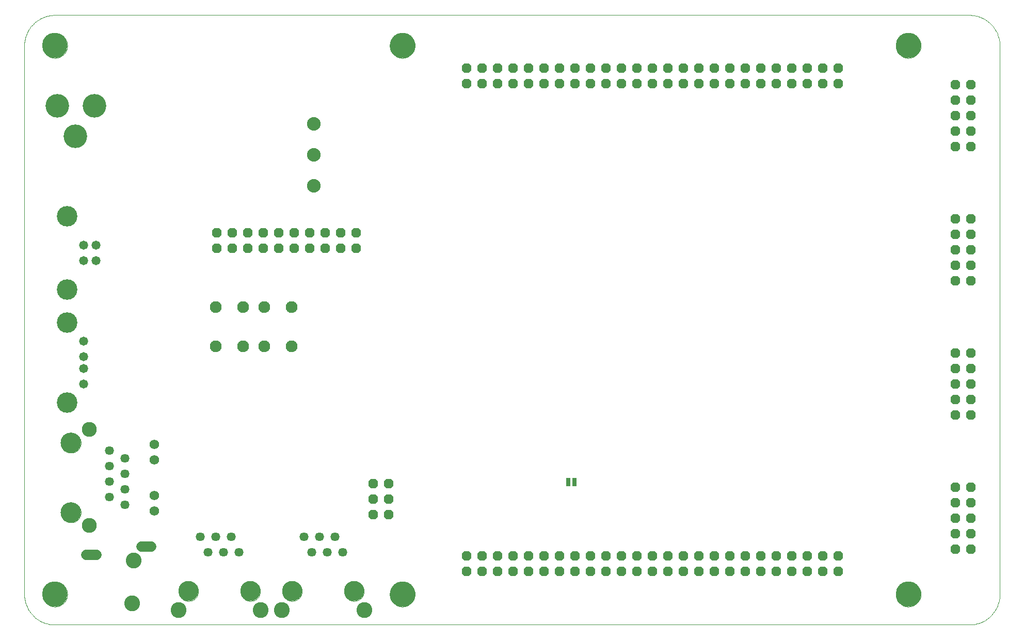
<source format=gbs>
G75*
%MOIN*%
%OFA0B0*%
%FSLAX24Y24*%
%IPPOS*%
%LPD*%
%AMOC8*
5,1,8,0,0,1.08239X$1,22.5*
%
%ADD10C,0.0000*%
%ADD11C,0.0574*%
%ADD12C,0.0965*%
%ADD13C,0.0614*%
%ADD14C,0.1319*%
%ADD15C,0.0760*%
%ADD16OC8,0.0614*%
%ADD17R,0.0270X0.0520*%
%ADD18C,0.1326*%
%ADD19C,0.0582*%
%ADD20C,0.1024*%
%ADD21C,0.1300*%
%ADD22C,0.1020*%
%ADD23C,0.0670*%
%ADD24OC8,0.0620*%
%ADD25C,0.0880*%
%ADD26C,0.1520*%
%ADD27C,0.1634*%
D10*
X020795Y017886D02*
X079850Y017886D01*
X079850Y017885D02*
X079936Y017887D01*
X080022Y017892D01*
X080107Y017902D01*
X080192Y017915D01*
X080276Y017932D01*
X080360Y017952D01*
X080442Y017976D01*
X080523Y018004D01*
X080604Y018035D01*
X080682Y018069D01*
X080759Y018107D01*
X080835Y018149D01*
X080908Y018193D01*
X080979Y018241D01*
X081049Y018292D01*
X081116Y018346D01*
X081180Y018402D01*
X081242Y018462D01*
X081302Y018524D01*
X081358Y018588D01*
X081412Y018655D01*
X081463Y018725D01*
X081511Y018796D01*
X081555Y018869D01*
X081597Y018945D01*
X081635Y019022D01*
X081669Y019100D01*
X081700Y019181D01*
X081728Y019262D01*
X081752Y019344D01*
X081772Y019428D01*
X081789Y019512D01*
X081802Y019597D01*
X081812Y019682D01*
X081817Y019768D01*
X081819Y019854D01*
X081819Y055287D01*
X081817Y055373D01*
X081812Y055459D01*
X081802Y055544D01*
X081789Y055629D01*
X081772Y055713D01*
X081752Y055797D01*
X081728Y055879D01*
X081700Y055960D01*
X081669Y056041D01*
X081635Y056119D01*
X081597Y056196D01*
X081555Y056272D01*
X081511Y056345D01*
X081463Y056416D01*
X081412Y056486D01*
X081358Y056553D01*
X081302Y056617D01*
X081242Y056679D01*
X081180Y056739D01*
X081116Y056795D01*
X081049Y056849D01*
X080979Y056900D01*
X080908Y056948D01*
X080835Y056992D01*
X080759Y057034D01*
X080682Y057072D01*
X080604Y057106D01*
X080523Y057137D01*
X080442Y057165D01*
X080360Y057189D01*
X080276Y057209D01*
X080192Y057226D01*
X080107Y057239D01*
X080022Y057249D01*
X079936Y057254D01*
X079850Y057256D01*
X020795Y057256D01*
X019988Y055287D02*
X019990Y055343D01*
X019996Y055399D01*
X020006Y055455D01*
X020019Y055509D01*
X020037Y055563D01*
X020058Y055615D01*
X020082Y055666D01*
X020111Y055715D01*
X020142Y055761D01*
X020177Y055806D01*
X020214Y055848D01*
X020255Y055887D01*
X020298Y055923D01*
X020344Y055956D01*
X020391Y055986D01*
X020441Y056012D01*
X020493Y056035D01*
X020546Y056055D01*
X020600Y056070D01*
X020655Y056082D01*
X020711Y056090D01*
X020767Y056094D01*
X020823Y056094D01*
X020879Y056090D01*
X020935Y056082D01*
X020990Y056070D01*
X021044Y056055D01*
X021097Y056035D01*
X021149Y056012D01*
X021198Y055986D01*
X021246Y055956D01*
X021292Y055923D01*
X021335Y055887D01*
X021376Y055848D01*
X021413Y055806D01*
X021448Y055761D01*
X021479Y055715D01*
X021508Y055666D01*
X021532Y055615D01*
X021553Y055563D01*
X021571Y055509D01*
X021584Y055455D01*
X021594Y055399D01*
X021600Y055343D01*
X021602Y055287D01*
X021600Y055231D01*
X021594Y055175D01*
X021584Y055119D01*
X021571Y055065D01*
X021553Y055011D01*
X021532Y054959D01*
X021508Y054908D01*
X021479Y054859D01*
X021448Y054813D01*
X021413Y054768D01*
X021376Y054726D01*
X021335Y054687D01*
X021292Y054651D01*
X021246Y054618D01*
X021199Y054588D01*
X021149Y054562D01*
X021097Y054539D01*
X021044Y054519D01*
X020990Y054504D01*
X020935Y054492D01*
X020879Y054484D01*
X020823Y054480D01*
X020767Y054480D01*
X020711Y054484D01*
X020655Y054492D01*
X020600Y054504D01*
X020546Y054519D01*
X020493Y054539D01*
X020441Y054562D01*
X020391Y054588D01*
X020344Y054618D01*
X020298Y054651D01*
X020255Y054687D01*
X020214Y054726D01*
X020177Y054768D01*
X020142Y054813D01*
X020111Y054859D01*
X020082Y054908D01*
X020058Y054959D01*
X020037Y055011D01*
X020019Y055065D01*
X020006Y055119D01*
X019996Y055175D01*
X019990Y055231D01*
X019988Y055287D01*
X018826Y055287D02*
X018828Y055373D01*
X018833Y055459D01*
X018843Y055544D01*
X018856Y055629D01*
X018873Y055713D01*
X018893Y055797D01*
X018917Y055879D01*
X018945Y055960D01*
X018976Y056041D01*
X019010Y056119D01*
X019048Y056196D01*
X019090Y056272D01*
X019134Y056345D01*
X019182Y056416D01*
X019233Y056486D01*
X019287Y056553D01*
X019343Y056617D01*
X019403Y056679D01*
X019465Y056739D01*
X019529Y056795D01*
X019596Y056849D01*
X019666Y056900D01*
X019737Y056948D01*
X019811Y056992D01*
X019886Y057034D01*
X019963Y057072D01*
X020041Y057106D01*
X020122Y057137D01*
X020203Y057165D01*
X020285Y057189D01*
X020369Y057209D01*
X020453Y057226D01*
X020538Y057239D01*
X020623Y057249D01*
X020709Y057254D01*
X020795Y057256D01*
X018827Y055287D02*
X018827Y019854D01*
X019988Y019854D02*
X019990Y019910D01*
X019996Y019966D01*
X020006Y020022D01*
X020019Y020076D01*
X020037Y020130D01*
X020058Y020182D01*
X020082Y020233D01*
X020111Y020282D01*
X020142Y020328D01*
X020177Y020373D01*
X020214Y020415D01*
X020255Y020454D01*
X020298Y020490D01*
X020344Y020523D01*
X020391Y020553D01*
X020441Y020579D01*
X020493Y020602D01*
X020546Y020622D01*
X020600Y020637D01*
X020655Y020649D01*
X020711Y020657D01*
X020767Y020661D01*
X020823Y020661D01*
X020879Y020657D01*
X020935Y020649D01*
X020990Y020637D01*
X021044Y020622D01*
X021097Y020602D01*
X021149Y020579D01*
X021198Y020553D01*
X021246Y020523D01*
X021292Y020490D01*
X021335Y020454D01*
X021376Y020415D01*
X021413Y020373D01*
X021448Y020328D01*
X021479Y020282D01*
X021508Y020233D01*
X021532Y020182D01*
X021553Y020130D01*
X021571Y020076D01*
X021584Y020022D01*
X021594Y019966D01*
X021600Y019910D01*
X021602Y019854D01*
X021600Y019798D01*
X021594Y019742D01*
X021584Y019686D01*
X021571Y019632D01*
X021553Y019578D01*
X021532Y019526D01*
X021508Y019475D01*
X021479Y019426D01*
X021448Y019380D01*
X021413Y019335D01*
X021376Y019293D01*
X021335Y019254D01*
X021292Y019218D01*
X021246Y019185D01*
X021199Y019155D01*
X021149Y019129D01*
X021097Y019106D01*
X021044Y019086D01*
X020990Y019071D01*
X020935Y019059D01*
X020879Y019051D01*
X020823Y019047D01*
X020767Y019047D01*
X020711Y019051D01*
X020655Y019059D01*
X020600Y019071D01*
X020546Y019086D01*
X020493Y019106D01*
X020441Y019129D01*
X020391Y019155D01*
X020344Y019185D01*
X020298Y019218D01*
X020255Y019254D01*
X020214Y019293D01*
X020177Y019335D01*
X020142Y019380D01*
X020111Y019426D01*
X020082Y019475D01*
X020058Y019526D01*
X020037Y019578D01*
X020019Y019632D01*
X020006Y019686D01*
X019996Y019742D01*
X019990Y019798D01*
X019988Y019854D01*
X018826Y019854D02*
X018828Y019768D01*
X018833Y019682D01*
X018843Y019597D01*
X018856Y019512D01*
X018873Y019428D01*
X018893Y019344D01*
X018917Y019262D01*
X018945Y019181D01*
X018976Y019100D01*
X019010Y019022D01*
X019048Y018945D01*
X019090Y018870D01*
X019134Y018796D01*
X019182Y018725D01*
X019233Y018655D01*
X019287Y018588D01*
X019343Y018524D01*
X019403Y018462D01*
X019465Y018402D01*
X019529Y018346D01*
X019596Y018292D01*
X019666Y018241D01*
X019737Y018193D01*
X019810Y018149D01*
X019886Y018107D01*
X019963Y018069D01*
X020041Y018035D01*
X020122Y018004D01*
X020203Y017976D01*
X020285Y017952D01*
X020369Y017932D01*
X020453Y017915D01*
X020538Y017902D01*
X020623Y017892D01*
X020709Y017887D01*
X020795Y017885D01*
X028785Y020051D02*
X028787Y020101D01*
X028793Y020151D01*
X028803Y020200D01*
X028816Y020249D01*
X028834Y020296D01*
X028855Y020342D01*
X028879Y020385D01*
X028907Y020427D01*
X028938Y020467D01*
X028972Y020504D01*
X029009Y020538D01*
X029049Y020569D01*
X029091Y020597D01*
X029134Y020621D01*
X029180Y020642D01*
X029227Y020660D01*
X029276Y020673D01*
X029325Y020683D01*
X029375Y020689D01*
X029425Y020691D01*
X029475Y020689D01*
X029525Y020683D01*
X029574Y020673D01*
X029623Y020660D01*
X029670Y020642D01*
X029716Y020621D01*
X029759Y020597D01*
X029801Y020569D01*
X029841Y020538D01*
X029878Y020504D01*
X029912Y020467D01*
X029943Y020427D01*
X029971Y020385D01*
X029995Y020342D01*
X030016Y020296D01*
X030034Y020249D01*
X030047Y020200D01*
X030057Y020151D01*
X030063Y020101D01*
X030065Y020051D01*
X030063Y020001D01*
X030057Y019951D01*
X030047Y019902D01*
X030034Y019853D01*
X030016Y019806D01*
X029995Y019760D01*
X029971Y019717D01*
X029943Y019675D01*
X029912Y019635D01*
X029878Y019598D01*
X029841Y019564D01*
X029801Y019533D01*
X029759Y019505D01*
X029716Y019481D01*
X029670Y019460D01*
X029623Y019442D01*
X029574Y019429D01*
X029525Y019419D01*
X029475Y019413D01*
X029425Y019411D01*
X029375Y019413D01*
X029325Y019419D01*
X029276Y019429D01*
X029227Y019442D01*
X029180Y019460D01*
X029134Y019481D01*
X029091Y019505D01*
X029049Y019533D01*
X029009Y019564D01*
X028972Y019598D01*
X028938Y019635D01*
X028907Y019675D01*
X028879Y019717D01*
X028855Y019760D01*
X028834Y019806D01*
X028816Y019853D01*
X028803Y019902D01*
X028793Y019951D01*
X028787Y020001D01*
X028785Y020051D01*
X032785Y020051D02*
X032787Y020101D01*
X032793Y020151D01*
X032803Y020200D01*
X032816Y020249D01*
X032834Y020296D01*
X032855Y020342D01*
X032879Y020385D01*
X032907Y020427D01*
X032938Y020467D01*
X032972Y020504D01*
X033009Y020538D01*
X033049Y020569D01*
X033091Y020597D01*
X033134Y020621D01*
X033180Y020642D01*
X033227Y020660D01*
X033276Y020673D01*
X033325Y020683D01*
X033375Y020689D01*
X033425Y020691D01*
X033475Y020689D01*
X033525Y020683D01*
X033574Y020673D01*
X033623Y020660D01*
X033670Y020642D01*
X033716Y020621D01*
X033759Y020597D01*
X033801Y020569D01*
X033841Y020538D01*
X033878Y020504D01*
X033912Y020467D01*
X033943Y020427D01*
X033971Y020385D01*
X033995Y020342D01*
X034016Y020296D01*
X034034Y020249D01*
X034047Y020200D01*
X034057Y020151D01*
X034063Y020101D01*
X034065Y020051D01*
X034063Y020001D01*
X034057Y019951D01*
X034047Y019902D01*
X034034Y019853D01*
X034016Y019806D01*
X033995Y019760D01*
X033971Y019717D01*
X033943Y019675D01*
X033912Y019635D01*
X033878Y019598D01*
X033841Y019564D01*
X033801Y019533D01*
X033759Y019505D01*
X033716Y019481D01*
X033670Y019460D01*
X033623Y019442D01*
X033574Y019429D01*
X033525Y019419D01*
X033475Y019413D01*
X033425Y019411D01*
X033375Y019413D01*
X033325Y019419D01*
X033276Y019429D01*
X033227Y019442D01*
X033180Y019460D01*
X033134Y019481D01*
X033091Y019505D01*
X033049Y019533D01*
X033009Y019564D01*
X032972Y019598D01*
X032938Y019635D01*
X032907Y019675D01*
X032879Y019717D01*
X032855Y019760D01*
X032834Y019806D01*
X032816Y019853D01*
X032803Y019902D01*
X032793Y019951D01*
X032787Y020001D01*
X032785Y020051D01*
X035478Y020051D02*
X035480Y020101D01*
X035486Y020151D01*
X035496Y020200D01*
X035509Y020249D01*
X035527Y020296D01*
X035548Y020342D01*
X035572Y020385D01*
X035600Y020427D01*
X035631Y020467D01*
X035665Y020504D01*
X035702Y020538D01*
X035742Y020569D01*
X035784Y020597D01*
X035827Y020621D01*
X035873Y020642D01*
X035920Y020660D01*
X035969Y020673D01*
X036018Y020683D01*
X036068Y020689D01*
X036118Y020691D01*
X036168Y020689D01*
X036218Y020683D01*
X036267Y020673D01*
X036316Y020660D01*
X036363Y020642D01*
X036409Y020621D01*
X036452Y020597D01*
X036494Y020569D01*
X036534Y020538D01*
X036571Y020504D01*
X036605Y020467D01*
X036636Y020427D01*
X036664Y020385D01*
X036688Y020342D01*
X036709Y020296D01*
X036727Y020249D01*
X036740Y020200D01*
X036750Y020151D01*
X036756Y020101D01*
X036758Y020051D01*
X036756Y020001D01*
X036750Y019951D01*
X036740Y019902D01*
X036727Y019853D01*
X036709Y019806D01*
X036688Y019760D01*
X036664Y019717D01*
X036636Y019675D01*
X036605Y019635D01*
X036571Y019598D01*
X036534Y019564D01*
X036494Y019533D01*
X036452Y019505D01*
X036409Y019481D01*
X036363Y019460D01*
X036316Y019442D01*
X036267Y019429D01*
X036218Y019419D01*
X036168Y019413D01*
X036118Y019411D01*
X036068Y019413D01*
X036018Y019419D01*
X035969Y019429D01*
X035920Y019442D01*
X035873Y019460D01*
X035827Y019481D01*
X035784Y019505D01*
X035742Y019533D01*
X035702Y019564D01*
X035665Y019598D01*
X035631Y019635D01*
X035600Y019675D01*
X035572Y019717D01*
X035548Y019760D01*
X035527Y019806D01*
X035509Y019853D01*
X035496Y019902D01*
X035486Y019951D01*
X035480Y020001D01*
X035478Y020051D01*
X039478Y020051D02*
X039480Y020101D01*
X039486Y020151D01*
X039496Y020200D01*
X039509Y020249D01*
X039527Y020296D01*
X039548Y020342D01*
X039572Y020385D01*
X039600Y020427D01*
X039631Y020467D01*
X039665Y020504D01*
X039702Y020538D01*
X039742Y020569D01*
X039784Y020597D01*
X039827Y020621D01*
X039873Y020642D01*
X039920Y020660D01*
X039969Y020673D01*
X040018Y020683D01*
X040068Y020689D01*
X040118Y020691D01*
X040168Y020689D01*
X040218Y020683D01*
X040267Y020673D01*
X040316Y020660D01*
X040363Y020642D01*
X040409Y020621D01*
X040452Y020597D01*
X040494Y020569D01*
X040534Y020538D01*
X040571Y020504D01*
X040605Y020467D01*
X040636Y020427D01*
X040664Y020385D01*
X040688Y020342D01*
X040709Y020296D01*
X040727Y020249D01*
X040740Y020200D01*
X040750Y020151D01*
X040756Y020101D01*
X040758Y020051D01*
X040756Y020001D01*
X040750Y019951D01*
X040740Y019902D01*
X040727Y019853D01*
X040709Y019806D01*
X040688Y019760D01*
X040664Y019717D01*
X040636Y019675D01*
X040605Y019635D01*
X040571Y019598D01*
X040534Y019564D01*
X040494Y019533D01*
X040452Y019505D01*
X040409Y019481D01*
X040363Y019460D01*
X040316Y019442D01*
X040267Y019429D01*
X040218Y019419D01*
X040168Y019413D01*
X040118Y019411D01*
X040068Y019413D01*
X040018Y019419D01*
X039969Y019429D01*
X039920Y019442D01*
X039873Y019460D01*
X039827Y019481D01*
X039784Y019505D01*
X039742Y019533D01*
X039702Y019564D01*
X039665Y019598D01*
X039631Y019635D01*
X039600Y019675D01*
X039572Y019717D01*
X039548Y019760D01*
X039527Y019806D01*
X039509Y019853D01*
X039496Y019902D01*
X039486Y019951D01*
X039480Y020001D01*
X039478Y020051D01*
X042429Y019854D02*
X042431Y019910D01*
X042437Y019966D01*
X042447Y020022D01*
X042460Y020076D01*
X042478Y020130D01*
X042499Y020182D01*
X042523Y020233D01*
X042552Y020282D01*
X042583Y020328D01*
X042618Y020373D01*
X042655Y020415D01*
X042696Y020454D01*
X042739Y020490D01*
X042785Y020523D01*
X042832Y020553D01*
X042882Y020579D01*
X042934Y020602D01*
X042987Y020622D01*
X043041Y020637D01*
X043096Y020649D01*
X043152Y020657D01*
X043208Y020661D01*
X043264Y020661D01*
X043320Y020657D01*
X043376Y020649D01*
X043431Y020637D01*
X043485Y020622D01*
X043538Y020602D01*
X043590Y020579D01*
X043639Y020553D01*
X043687Y020523D01*
X043733Y020490D01*
X043776Y020454D01*
X043817Y020415D01*
X043854Y020373D01*
X043889Y020328D01*
X043920Y020282D01*
X043949Y020233D01*
X043973Y020182D01*
X043994Y020130D01*
X044012Y020076D01*
X044025Y020022D01*
X044035Y019966D01*
X044041Y019910D01*
X044043Y019854D01*
X044041Y019798D01*
X044035Y019742D01*
X044025Y019686D01*
X044012Y019632D01*
X043994Y019578D01*
X043973Y019526D01*
X043949Y019475D01*
X043920Y019426D01*
X043889Y019380D01*
X043854Y019335D01*
X043817Y019293D01*
X043776Y019254D01*
X043733Y019218D01*
X043687Y019185D01*
X043640Y019155D01*
X043590Y019129D01*
X043538Y019106D01*
X043485Y019086D01*
X043431Y019071D01*
X043376Y019059D01*
X043320Y019051D01*
X043264Y019047D01*
X043208Y019047D01*
X043152Y019051D01*
X043096Y019059D01*
X043041Y019071D01*
X042987Y019086D01*
X042934Y019106D01*
X042882Y019129D01*
X042832Y019155D01*
X042785Y019185D01*
X042739Y019218D01*
X042696Y019254D01*
X042655Y019293D01*
X042618Y019335D01*
X042583Y019380D01*
X042552Y019426D01*
X042523Y019475D01*
X042499Y019526D01*
X042478Y019578D01*
X042460Y019632D01*
X042447Y019686D01*
X042437Y019742D01*
X042431Y019798D01*
X042429Y019854D01*
X021177Y025136D02*
X021179Y025186D01*
X021185Y025236D01*
X021195Y025286D01*
X021208Y025334D01*
X021225Y025382D01*
X021246Y025428D01*
X021270Y025472D01*
X021298Y025514D01*
X021329Y025554D01*
X021363Y025591D01*
X021400Y025626D01*
X021439Y025657D01*
X021480Y025686D01*
X021524Y025711D01*
X021570Y025733D01*
X021617Y025751D01*
X021665Y025765D01*
X021714Y025776D01*
X021764Y025783D01*
X021814Y025786D01*
X021865Y025785D01*
X021915Y025780D01*
X021965Y025771D01*
X022013Y025759D01*
X022061Y025742D01*
X022107Y025722D01*
X022152Y025699D01*
X022195Y025672D01*
X022235Y025642D01*
X022273Y025609D01*
X022308Y025573D01*
X022341Y025534D01*
X022370Y025493D01*
X022396Y025450D01*
X022419Y025405D01*
X022438Y025358D01*
X022453Y025310D01*
X022465Y025261D01*
X022473Y025211D01*
X022477Y025161D01*
X022477Y025111D01*
X022473Y025061D01*
X022465Y025011D01*
X022453Y024962D01*
X022438Y024914D01*
X022419Y024867D01*
X022396Y024822D01*
X022370Y024779D01*
X022341Y024738D01*
X022308Y024699D01*
X022273Y024663D01*
X022235Y024630D01*
X022195Y024600D01*
X022152Y024573D01*
X022107Y024550D01*
X022061Y024530D01*
X022013Y024513D01*
X021965Y024501D01*
X021915Y024492D01*
X021865Y024487D01*
X021814Y024486D01*
X021764Y024489D01*
X021714Y024496D01*
X021665Y024507D01*
X021617Y024521D01*
X021570Y024539D01*
X021524Y024561D01*
X021480Y024586D01*
X021439Y024615D01*
X021400Y024646D01*
X021363Y024681D01*
X021329Y024718D01*
X021298Y024758D01*
X021270Y024800D01*
X021246Y024844D01*
X021225Y024890D01*
X021208Y024938D01*
X021195Y024986D01*
X021185Y025036D01*
X021179Y025086D01*
X021177Y025136D01*
X021177Y029636D02*
X021179Y029686D01*
X021185Y029736D01*
X021195Y029786D01*
X021208Y029834D01*
X021225Y029882D01*
X021246Y029928D01*
X021270Y029972D01*
X021298Y030014D01*
X021329Y030054D01*
X021363Y030091D01*
X021400Y030126D01*
X021439Y030157D01*
X021480Y030186D01*
X021524Y030211D01*
X021570Y030233D01*
X021617Y030251D01*
X021665Y030265D01*
X021714Y030276D01*
X021764Y030283D01*
X021814Y030286D01*
X021865Y030285D01*
X021915Y030280D01*
X021965Y030271D01*
X022013Y030259D01*
X022061Y030242D01*
X022107Y030222D01*
X022152Y030199D01*
X022195Y030172D01*
X022235Y030142D01*
X022273Y030109D01*
X022308Y030073D01*
X022341Y030034D01*
X022370Y029993D01*
X022396Y029950D01*
X022419Y029905D01*
X022438Y029858D01*
X022453Y029810D01*
X022465Y029761D01*
X022473Y029711D01*
X022477Y029661D01*
X022477Y029611D01*
X022473Y029561D01*
X022465Y029511D01*
X022453Y029462D01*
X022438Y029414D01*
X022419Y029367D01*
X022396Y029322D01*
X022370Y029279D01*
X022341Y029238D01*
X022308Y029199D01*
X022273Y029163D01*
X022235Y029130D01*
X022195Y029100D01*
X022152Y029073D01*
X022107Y029050D01*
X022061Y029030D01*
X022013Y029013D01*
X021965Y029001D01*
X021915Y028992D01*
X021865Y028987D01*
X021814Y028986D01*
X021764Y028989D01*
X021714Y028996D01*
X021665Y029007D01*
X021617Y029021D01*
X021570Y029039D01*
X021524Y029061D01*
X021480Y029086D01*
X021439Y029115D01*
X021400Y029146D01*
X021363Y029181D01*
X021329Y029218D01*
X021298Y029258D01*
X021270Y029300D01*
X021246Y029344D01*
X021225Y029390D01*
X021208Y029438D01*
X021195Y029486D01*
X021185Y029536D01*
X021179Y029586D01*
X021177Y029636D01*
X042429Y055287D02*
X042431Y055343D01*
X042437Y055399D01*
X042447Y055455D01*
X042460Y055509D01*
X042478Y055563D01*
X042499Y055615D01*
X042523Y055666D01*
X042552Y055715D01*
X042583Y055761D01*
X042618Y055806D01*
X042655Y055848D01*
X042696Y055887D01*
X042739Y055923D01*
X042785Y055956D01*
X042832Y055986D01*
X042882Y056012D01*
X042934Y056035D01*
X042987Y056055D01*
X043041Y056070D01*
X043096Y056082D01*
X043152Y056090D01*
X043208Y056094D01*
X043264Y056094D01*
X043320Y056090D01*
X043376Y056082D01*
X043431Y056070D01*
X043485Y056055D01*
X043538Y056035D01*
X043590Y056012D01*
X043639Y055986D01*
X043687Y055956D01*
X043733Y055923D01*
X043776Y055887D01*
X043817Y055848D01*
X043854Y055806D01*
X043889Y055761D01*
X043920Y055715D01*
X043949Y055666D01*
X043973Y055615D01*
X043994Y055563D01*
X044012Y055509D01*
X044025Y055455D01*
X044035Y055399D01*
X044041Y055343D01*
X044043Y055287D01*
X044041Y055231D01*
X044035Y055175D01*
X044025Y055119D01*
X044012Y055065D01*
X043994Y055011D01*
X043973Y054959D01*
X043949Y054908D01*
X043920Y054859D01*
X043889Y054813D01*
X043854Y054768D01*
X043817Y054726D01*
X043776Y054687D01*
X043733Y054651D01*
X043687Y054618D01*
X043640Y054588D01*
X043590Y054562D01*
X043538Y054539D01*
X043485Y054519D01*
X043431Y054504D01*
X043376Y054492D01*
X043320Y054484D01*
X043264Y054480D01*
X043208Y054480D01*
X043152Y054484D01*
X043096Y054492D01*
X043041Y054504D01*
X042987Y054519D01*
X042934Y054539D01*
X042882Y054562D01*
X042832Y054588D01*
X042785Y054618D01*
X042739Y054651D01*
X042696Y054687D01*
X042655Y054726D01*
X042618Y054768D01*
X042583Y054813D01*
X042552Y054859D01*
X042523Y054908D01*
X042499Y054959D01*
X042478Y055011D01*
X042460Y055065D01*
X042447Y055119D01*
X042437Y055175D01*
X042431Y055231D01*
X042429Y055287D01*
X075106Y055287D02*
X075108Y055343D01*
X075114Y055399D01*
X075124Y055455D01*
X075137Y055509D01*
X075155Y055563D01*
X075176Y055615D01*
X075200Y055666D01*
X075229Y055715D01*
X075260Y055761D01*
X075295Y055806D01*
X075332Y055848D01*
X075373Y055887D01*
X075416Y055923D01*
X075462Y055956D01*
X075509Y055986D01*
X075559Y056012D01*
X075611Y056035D01*
X075664Y056055D01*
X075718Y056070D01*
X075773Y056082D01*
X075829Y056090D01*
X075885Y056094D01*
X075941Y056094D01*
X075997Y056090D01*
X076053Y056082D01*
X076108Y056070D01*
X076162Y056055D01*
X076215Y056035D01*
X076267Y056012D01*
X076316Y055986D01*
X076364Y055956D01*
X076410Y055923D01*
X076453Y055887D01*
X076494Y055848D01*
X076531Y055806D01*
X076566Y055761D01*
X076597Y055715D01*
X076626Y055666D01*
X076650Y055615D01*
X076671Y055563D01*
X076689Y055509D01*
X076702Y055455D01*
X076712Y055399D01*
X076718Y055343D01*
X076720Y055287D01*
X076718Y055231D01*
X076712Y055175D01*
X076702Y055119D01*
X076689Y055065D01*
X076671Y055011D01*
X076650Y054959D01*
X076626Y054908D01*
X076597Y054859D01*
X076566Y054813D01*
X076531Y054768D01*
X076494Y054726D01*
X076453Y054687D01*
X076410Y054651D01*
X076364Y054618D01*
X076317Y054588D01*
X076267Y054562D01*
X076215Y054539D01*
X076162Y054519D01*
X076108Y054504D01*
X076053Y054492D01*
X075997Y054484D01*
X075941Y054480D01*
X075885Y054480D01*
X075829Y054484D01*
X075773Y054492D01*
X075718Y054504D01*
X075664Y054519D01*
X075611Y054539D01*
X075559Y054562D01*
X075509Y054588D01*
X075462Y054618D01*
X075416Y054651D01*
X075373Y054687D01*
X075332Y054726D01*
X075295Y054768D01*
X075260Y054813D01*
X075229Y054859D01*
X075200Y054908D01*
X075176Y054959D01*
X075155Y055011D01*
X075137Y055065D01*
X075124Y055119D01*
X075114Y055175D01*
X075108Y055231D01*
X075106Y055287D01*
X075106Y019854D02*
X075108Y019910D01*
X075114Y019966D01*
X075124Y020022D01*
X075137Y020076D01*
X075155Y020130D01*
X075176Y020182D01*
X075200Y020233D01*
X075229Y020282D01*
X075260Y020328D01*
X075295Y020373D01*
X075332Y020415D01*
X075373Y020454D01*
X075416Y020490D01*
X075462Y020523D01*
X075509Y020553D01*
X075559Y020579D01*
X075611Y020602D01*
X075664Y020622D01*
X075718Y020637D01*
X075773Y020649D01*
X075829Y020657D01*
X075885Y020661D01*
X075941Y020661D01*
X075997Y020657D01*
X076053Y020649D01*
X076108Y020637D01*
X076162Y020622D01*
X076215Y020602D01*
X076267Y020579D01*
X076316Y020553D01*
X076364Y020523D01*
X076410Y020490D01*
X076453Y020454D01*
X076494Y020415D01*
X076531Y020373D01*
X076566Y020328D01*
X076597Y020282D01*
X076626Y020233D01*
X076650Y020182D01*
X076671Y020130D01*
X076689Y020076D01*
X076702Y020022D01*
X076712Y019966D01*
X076718Y019910D01*
X076720Y019854D01*
X076718Y019798D01*
X076712Y019742D01*
X076702Y019686D01*
X076689Y019632D01*
X076671Y019578D01*
X076650Y019526D01*
X076626Y019475D01*
X076597Y019426D01*
X076566Y019380D01*
X076531Y019335D01*
X076494Y019293D01*
X076453Y019254D01*
X076410Y019218D01*
X076364Y019185D01*
X076317Y019155D01*
X076267Y019129D01*
X076215Y019106D01*
X076162Y019086D01*
X076108Y019071D01*
X076053Y019059D01*
X075997Y019051D01*
X075941Y019047D01*
X075885Y019047D01*
X075829Y019051D01*
X075773Y019059D01*
X075718Y019071D01*
X075664Y019086D01*
X075611Y019106D01*
X075559Y019129D01*
X075509Y019155D01*
X075462Y019185D01*
X075416Y019218D01*
X075373Y019254D01*
X075332Y019293D01*
X075295Y019335D01*
X075260Y019380D01*
X075229Y019426D01*
X075200Y019475D01*
X075176Y019526D01*
X075155Y019578D01*
X075137Y019632D01*
X075124Y019686D01*
X075114Y019742D01*
X075108Y019798D01*
X075106Y019854D01*
D11*
X039368Y022551D03*
X038368Y022551D03*
X037368Y022551D03*
X036868Y023551D03*
X037868Y023551D03*
X038868Y023551D03*
X032675Y022551D03*
X031675Y022551D03*
X030675Y022551D03*
X030175Y023551D03*
X031175Y023551D03*
X032175Y023551D03*
X025327Y025636D03*
X025327Y026636D03*
X024327Y027136D03*
X024327Y028136D03*
X025327Y028636D03*
X025327Y027636D03*
X024327Y029136D03*
X024327Y026136D03*
D12*
X023028Y024285D03*
X023028Y030486D03*
D13*
X027228Y029537D03*
X027228Y028537D03*
X027228Y026234D03*
X027228Y025234D03*
D14*
X021827Y025136D03*
X021827Y029636D03*
D15*
X031187Y035856D03*
X032967Y035856D03*
X034312Y035856D03*
X036092Y035856D03*
X036092Y038416D03*
X034312Y038416D03*
X032967Y038416D03*
X031187Y038416D03*
D16*
X031256Y042189D03*
X032256Y042189D03*
X033256Y042189D03*
X034256Y042189D03*
X035256Y042189D03*
X036256Y042189D03*
X037256Y042189D03*
X038256Y042189D03*
X039256Y042189D03*
X040256Y042189D03*
X040256Y043189D03*
X039256Y043189D03*
X038256Y043189D03*
X037256Y043189D03*
X036256Y043189D03*
X035256Y043189D03*
X034256Y043189D03*
X033256Y043189D03*
X032256Y043189D03*
X031256Y043189D03*
X047378Y052819D03*
X047378Y053819D03*
X048378Y053819D03*
X049378Y053819D03*
X050378Y053819D03*
X051378Y053819D03*
X052378Y053819D03*
X053378Y053819D03*
X054378Y053819D03*
X055378Y053819D03*
X056378Y053819D03*
X057378Y053819D03*
X058378Y053819D03*
X059378Y053819D03*
X060378Y053819D03*
X061378Y053819D03*
X062378Y053819D03*
X063378Y053819D03*
X064378Y053819D03*
X065378Y053819D03*
X066378Y053819D03*
X067378Y053819D03*
X068378Y053819D03*
X069378Y053819D03*
X070378Y053819D03*
X071378Y053819D03*
X071378Y052819D03*
X070378Y052819D03*
X069378Y052819D03*
X068378Y052819D03*
X067378Y052819D03*
X066378Y052819D03*
X065378Y052819D03*
X064378Y052819D03*
X063378Y052819D03*
X062378Y052819D03*
X061378Y052819D03*
X060378Y052819D03*
X059378Y052819D03*
X058378Y052819D03*
X057378Y052819D03*
X056378Y052819D03*
X055378Y052819D03*
X054378Y052819D03*
X053378Y052819D03*
X052378Y052819D03*
X051378Y052819D03*
X050378Y052819D03*
X049378Y052819D03*
X048378Y052819D03*
X078957Y052760D03*
X079957Y052760D03*
X079957Y051760D03*
X079957Y050760D03*
X079957Y049760D03*
X078957Y049760D03*
X078957Y050760D03*
X078957Y051760D03*
X078957Y048760D03*
X079957Y048760D03*
X079957Y044098D03*
X079957Y043098D03*
X079957Y042098D03*
X078957Y042098D03*
X078957Y043098D03*
X078957Y044098D03*
X078957Y041098D03*
X078957Y040098D03*
X079957Y040098D03*
X079957Y041098D03*
X079957Y035437D03*
X079957Y034437D03*
X078957Y034437D03*
X078957Y035437D03*
X078957Y033437D03*
X079957Y033437D03*
X079957Y032437D03*
X079957Y031437D03*
X078957Y031437D03*
X078957Y032437D03*
X078957Y026776D03*
X079957Y026776D03*
X079957Y025776D03*
X078957Y025776D03*
X078957Y024776D03*
X079957Y024776D03*
X079957Y023776D03*
X078957Y023776D03*
X078957Y022776D03*
X079957Y022776D03*
X071378Y022323D03*
X070378Y022323D03*
X069378Y022323D03*
X068378Y022323D03*
X067378Y022323D03*
X066378Y022323D03*
X065378Y022323D03*
X064378Y022323D03*
X063378Y022323D03*
X062378Y022323D03*
X061378Y022323D03*
X060378Y022323D03*
X059378Y022323D03*
X058378Y022323D03*
X057378Y022323D03*
X056378Y022323D03*
X055378Y022323D03*
X054378Y022323D03*
X053378Y022323D03*
X052378Y022323D03*
X051378Y022323D03*
X050378Y022323D03*
X049378Y022323D03*
X048378Y022323D03*
X047378Y022323D03*
X047378Y021323D03*
X048378Y021323D03*
X049378Y021323D03*
X050378Y021323D03*
X051378Y021323D03*
X052378Y021323D03*
X053378Y021323D03*
X054378Y021323D03*
X055378Y021323D03*
X056378Y021323D03*
X057378Y021323D03*
X058378Y021323D03*
X059378Y021323D03*
X060378Y021323D03*
X061378Y021323D03*
X062378Y021323D03*
X063378Y021323D03*
X064378Y021323D03*
X065378Y021323D03*
X066378Y021323D03*
X067378Y021323D03*
X068378Y021323D03*
X069378Y021323D03*
X070378Y021323D03*
X071378Y021323D03*
D17*
X054361Y027089D03*
X053961Y027089D03*
D18*
X021583Y032228D03*
X021583Y037402D03*
X021583Y039531D03*
X021583Y044272D03*
D19*
X022650Y042394D03*
X023437Y042394D03*
X023437Y041409D03*
X022650Y041409D03*
X022646Y036193D03*
X022646Y035209D03*
X022646Y034421D03*
X022646Y033437D03*
D20*
X028768Y018850D03*
X034083Y018850D03*
X035461Y018850D03*
X040776Y018850D03*
D21*
X040118Y020051D03*
X036118Y020051D03*
X033425Y020051D03*
X029425Y020051D03*
D22*
X025874Y022020D03*
X025795Y019264D03*
D23*
X023482Y022413D02*
X022833Y022413D01*
X026376Y022925D02*
X027026Y022925D01*
D24*
X041358Y025006D03*
X042358Y025006D03*
X042358Y026006D03*
X041358Y026006D03*
X041358Y027006D03*
X042358Y027006D03*
D25*
X037528Y046250D03*
X037528Y048250D03*
X037528Y050250D03*
D26*
X023354Y051400D03*
X020953Y051400D03*
X022134Y049431D03*
D27*
X020795Y055287D03*
X043236Y055287D03*
X075913Y055287D03*
X075913Y019854D03*
X043236Y019854D03*
X020795Y019854D03*
M02*

</source>
